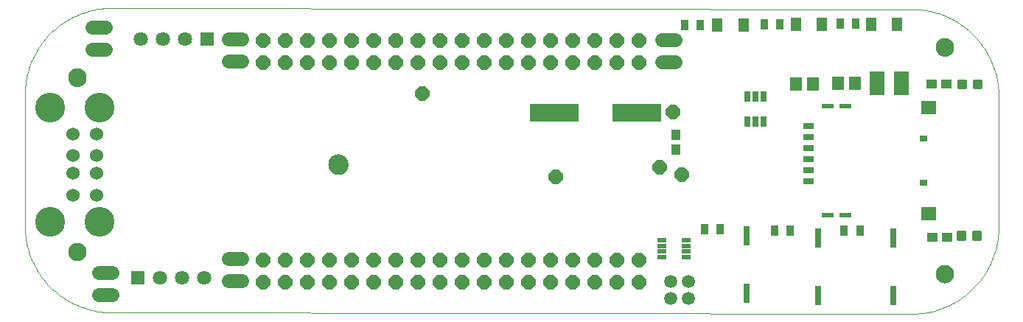
<source format=gts>
G04 EAGLE Gerber RS-274X export*
G75*
%MOMM*%
%FSLAX34Y34*%
%LPD*%
%INSolder Mask top*%
%IPPOS*%
%AMOC8*
5,1,8,0,0,1.08239X$1,22.5*%
G01*
%ADD10C,0.100000*%
%ADD11C,0.000000*%
%ADD12C,2.101600*%
%ADD13C,2.301600*%
%ADD14R,1.701600X2.801600*%
%ADD15R,1.401600X1.601600*%
%ADD16R,1.251600X0.751600*%
%ADD17R,1.401600X0.551600*%
%ADD18R,1.801600X1.501600*%
%ADD19R,0.901600X0.641600*%
%ADD20R,1.301600X1.501600*%
%ADD21R,1.631600X1.631600*%
%ADD22C,1.631600*%
%ADD23R,0.901600X1.301600*%
%ADD24P,1.759533X8X202.500000*%
%ADD25C,1.509600*%
%ADD26C,1.524000*%
%ADD27C,3.429000*%
%ADD28R,5.613400X2.108200*%
%ADD29R,1.101600X1.201600*%
%ADD30C,0.396575*%
%ADD31R,1.201600X1.101600*%
%ADD32R,1.079500X0.533400*%
%ADD33R,0.660400X1.282700*%
%ADD34R,0.660400X2.209800*%
%ADD35C,1.625600*%
%ADD36P,1.759533X8X22.500000*%


D10*
X0Y100000D02*
X29Y97584D01*
X117Y95169D01*
X263Y92757D01*
X467Y90349D01*
X729Y87946D01*
X1049Y85551D01*
X1427Y83164D01*
X1863Y80787D01*
X2356Y78422D01*
X2906Y76068D01*
X3512Y73729D01*
X4175Y71405D01*
X4894Y69098D01*
X5669Y66809D01*
X6498Y64540D01*
X7383Y62291D01*
X8321Y60064D01*
X9313Y57860D01*
X10357Y55681D01*
X11454Y53528D01*
X12603Y51402D01*
X13803Y49304D01*
X15053Y47236D01*
X16353Y45199D01*
X17702Y43194D01*
X19098Y41221D01*
X20542Y39284D01*
X22033Y37381D01*
X23568Y35516D01*
X25149Y33688D01*
X26773Y31898D01*
X28440Y30149D01*
X30149Y28440D01*
X31898Y26773D01*
X33688Y25149D01*
X35516Y23568D01*
X37381Y22033D01*
X39284Y20542D01*
X41221Y19098D01*
X43194Y17702D01*
X45199Y16353D01*
X47236Y15053D01*
X49304Y13803D01*
X51402Y12603D01*
X53528Y11454D01*
X55681Y10357D01*
X57860Y9313D01*
X60064Y8321D01*
X62291Y7383D01*
X64540Y6498D01*
X66809Y5669D01*
X69098Y4894D01*
X71405Y4175D01*
X73729Y3512D01*
X76068Y2906D01*
X78422Y2356D01*
X80787Y1863D01*
X83164Y1427D01*
X85551Y1049D01*
X87946Y729D01*
X90349Y467D01*
X92757Y263D01*
X95169Y117D01*
X97584Y29D01*
X100000Y0D01*
X1118706Y98476D02*
X1118706Y248476D01*
X100000Y350000D02*
X97584Y349971D01*
X95169Y349883D01*
X92757Y349737D01*
X90349Y349533D01*
X87946Y349271D01*
X85551Y348951D01*
X83164Y348573D01*
X80787Y348137D01*
X78422Y347644D01*
X76068Y347094D01*
X73729Y346488D01*
X71405Y345825D01*
X69098Y345106D01*
X66809Y344331D01*
X64540Y343502D01*
X62291Y342617D01*
X60064Y341679D01*
X57860Y340687D01*
X55681Y339643D01*
X53528Y338546D01*
X51402Y337397D01*
X49304Y336197D01*
X47236Y334947D01*
X45199Y333647D01*
X43194Y332298D01*
X41221Y330902D01*
X39284Y329458D01*
X37381Y327967D01*
X35516Y326432D01*
X33688Y324851D01*
X31898Y323227D01*
X30149Y321560D01*
X28440Y319851D01*
X26773Y318102D01*
X25149Y316312D01*
X23568Y314484D01*
X22033Y312619D01*
X20542Y310716D01*
X19098Y308779D01*
X17702Y306806D01*
X16353Y304801D01*
X15053Y302764D01*
X13803Y300696D01*
X12603Y298598D01*
X11454Y296472D01*
X10357Y294319D01*
X9313Y292140D01*
X8321Y289936D01*
X7383Y287709D01*
X6498Y285460D01*
X5669Y283191D01*
X4894Y280902D01*
X4175Y278595D01*
X3512Y276271D01*
X2906Y273932D01*
X2356Y271578D01*
X1863Y269213D01*
X1427Y266836D01*
X1049Y264449D01*
X729Y262054D01*
X467Y259651D01*
X263Y257243D01*
X117Y254831D01*
X29Y252416D01*
X0Y250000D01*
X0Y100000D01*
X100000Y0D02*
X1018706Y-1524D01*
X1018706Y348476D02*
X100000Y350000D01*
X1018706Y348476D02*
X1021122Y348447D01*
X1023537Y348359D01*
X1025949Y348213D01*
X1028357Y348009D01*
X1030760Y347747D01*
X1033155Y347427D01*
X1035542Y347049D01*
X1037919Y346613D01*
X1040284Y346120D01*
X1042638Y345570D01*
X1044977Y344964D01*
X1047301Y344301D01*
X1049608Y343582D01*
X1051897Y342807D01*
X1054166Y341978D01*
X1056415Y341093D01*
X1058642Y340155D01*
X1060846Y339163D01*
X1063025Y338119D01*
X1065178Y337022D01*
X1067304Y335873D01*
X1069402Y334673D01*
X1071470Y333423D01*
X1073507Y332123D01*
X1075512Y330774D01*
X1077485Y329378D01*
X1079422Y327934D01*
X1081325Y326443D01*
X1083190Y324908D01*
X1085018Y323327D01*
X1086808Y321703D01*
X1088557Y320036D01*
X1090266Y318327D01*
X1091933Y316578D01*
X1093557Y314788D01*
X1095138Y312960D01*
X1096673Y311095D01*
X1098164Y309192D01*
X1099608Y307255D01*
X1101004Y305282D01*
X1102353Y303277D01*
X1103653Y301240D01*
X1104903Y299172D01*
X1106103Y297074D01*
X1107252Y294948D01*
X1108349Y292795D01*
X1109393Y290616D01*
X1110385Y288412D01*
X1111323Y286185D01*
X1112208Y283936D01*
X1113037Y281667D01*
X1113812Y279378D01*
X1114531Y277071D01*
X1115194Y274747D01*
X1115800Y272408D01*
X1116350Y270054D01*
X1116843Y267689D01*
X1117279Y265312D01*
X1117657Y262925D01*
X1117977Y260530D01*
X1118239Y258127D01*
X1118443Y255719D01*
X1118589Y253307D01*
X1118677Y250892D01*
X1118706Y248476D01*
X100000Y350000D02*
X97584Y349971D01*
X95169Y349883D01*
X92757Y349737D01*
X90349Y349533D01*
X87946Y349271D01*
X85551Y348951D01*
X83164Y348573D01*
X80787Y348137D01*
X78422Y347644D01*
X76068Y347094D01*
X73729Y346488D01*
X71405Y345825D01*
X69098Y345106D01*
X66809Y344331D01*
X64540Y343502D01*
X62291Y342617D01*
X60064Y341679D01*
X57860Y340687D01*
X55681Y339643D01*
X53528Y338546D01*
X51402Y337397D01*
X49304Y336197D01*
X47236Y334947D01*
X45199Y333647D01*
X43194Y332298D01*
X41221Y330902D01*
X39284Y329458D01*
X37381Y327967D01*
X35516Y326432D01*
X33688Y324851D01*
X31898Y323227D01*
X30149Y321560D01*
X28440Y319851D01*
X26773Y318102D01*
X25149Y316312D01*
X23568Y314484D01*
X22033Y312619D01*
X20542Y310716D01*
X19098Y308779D01*
X17702Y306806D01*
X16353Y304801D01*
X15053Y302764D01*
X13803Y300696D01*
X12603Y298598D01*
X11454Y296472D01*
X10357Y294319D01*
X9313Y292140D01*
X8321Y289936D01*
X7383Y287709D01*
X6498Y285460D01*
X5669Y283191D01*
X4894Y280902D01*
X4175Y278595D01*
X3512Y276271D01*
X2906Y273932D01*
X2356Y271578D01*
X1863Y269213D01*
X1427Y266836D01*
X1049Y264449D01*
X729Y262054D01*
X467Y259651D01*
X263Y257243D01*
X117Y254831D01*
X29Y252416D01*
X0Y250000D01*
X1018706Y-1524D02*
X1021122Y-1495D01*
X1023537Y-1407D01*
X1025949Y-1261D01*
X1028357Y-1057D01*
X1030760Y-795D01*
X1033155Y-475D01*
X1035542Y-97D01*
X1037919Y339D01*
X1040284Y832D01*
X1042638Y1382D01*
X1044977Y1988D01*
X1047301Y2651D01*
X1049608Y3370D01*
X1051897Y4145D01*
X1054166Y4974D01*
X1056415Y5859D01*
X1058642Y6797D01*
X1060846Y7789D01*
X1063025Y8833D01*
X1065178Y9930D01*
X1067304Y11079D01*
X1069402Y12279D01*
X1071470Y13529D01*
X1073507Y14829D01*
X1075512Y16178D01*
X1077485Y17574D01*
X1079422Y19018D01*
X1081325Y20509D01*
X1083190Y22044D01*
X1085018Y23625D01*
X1086808Y25249D01*
X1088557Y26916D01*
X1090266Y28625D01*
X1091933Y30374D01*
X1093557Y32164D01*
X1095138Y33992D01*
X1096673Y35857D01*
X1098164Y37760D01*
X1099608Y39697D01*
X1101004Y41670D01*
X1102353Y43675D01*
X1103653Y45712D01*
X1104903Y47780D01*
X1106103Y49878D01*
X1107252Y52004D01*
X1108349Y54157D01*
X1109393Y56336D01*
X1110385Y58540D01*
X1111323Y60767D01*
X1112208Y63016D01*
X1113037Y65285D01*
X1113812Y67574D01*
X1114531Y69881D01*
X1115194Y72205D01*
X1115800Y74544D01*
X1116350Y76898D01*
X1116843Y79263D01*
X1117279Y81640D01*
X1117657Y84027D01*
X1117977Y86422D01*
X1118239Y88825D01*
X1118443Y91233D01*
X1118589Y93645D01*
X1118677Y96060D01*
X1118706Y98476D01*
D11*
X1046640Y44450D02*
X1046643Y44695D01*
X1046652Y44941D01*
X1046667Y45186D01*
X1046688Y45430D01*
X1046715Y45674D01*
X1046748Y45917D01*
X1046787Y46160D01*
X1046832Y46401D01*
X1046883Y46641D01*
X1046940Y46880D01*
X1047002Y47117D01*
X1047071Y47353D01*
X1047145Y47587D01*
X1047225Y47819D01*
X1047310Y48049D01*
X1047401Y48277D01*
X1047498Y48502D01*
X1047600Y48726D01*
X1047708Y48946D01*
X1047821Y49164D01*
X1047939Y49379D01*
X1048063Y49591D01*
X1048191Y49800D01*
X1048325Y50006D01*
X1048464Y50208D01*
X1048608Y50407D01*
X1048757Y50602D01*
X1048910Y50794D01*
X1049068Y50982D01*
X1049230Y51166D01*
X1049398Y51345D01*
X1049569Y51521D01*
X1049745Y51692D01*
X1049924Y51860D01*
X1050108Y52022D01*
X1050296Y52180D01*
X1050488Y52333D01*
X1050683Y52482D01*
X1050882Y52626D01*
X1051084Y52765D01*
X1051290Y52899D01*
X1051499Y53027D01*
X1051711Y53151D01*
X1051926Y53269D01*
X1052144Y53382D01*
X1052364Y53490D01*
X1052588Y53592D01*
X1052813Y53689D01*
X1053041Y53780D01*
X1053271Y53865D01*
X1053503Y53945D01*
X1053737Y54019D01*
X1053973Y54088D01*
X1054210Y54150D01*
X1054449Y54207D01*
X1054689Y54258D01*
X1054930Y54303D01*
X1055173Y54342D01*
X1055416Y54375D01*
X1055660Y54402D01*
X1055904Y54423D01*
X1056149Y54438D01*
X1056395Y54447D01*
X1056640Y54450D01*
X1056885Y54447D01*
X1057131Y54438D01*
X1057376Y54423D01*
X1057620Y54402D01*
X1057864Y54375D01*
X1058107Y54342D01*
X1058350Y54303D01*
X1058591Y54258D01*
X1058831Y54207D01*
X1059070Y54150D01*
X1059307Y54088D01*
X1059543Y54019D01*
X1059777Y53945D01*
X1060009Y53865D01*
X1060239Y53780D01*
X1060467Y53689D01*
X1060692Y53592D01*
X1060916Y53490D01*
X1061136Y53382D01*
X1061354Y53269D01*
X1061569Y53151D01*
X1061781Y53027D01*
X1061990Y52899D01*
X1062196Y52765D01*
X1062398Y52626D01*
X1062597Y52482D01*
X1062792Y52333D01*
X1062984Y52180D01*
X1063172Y52022D01*
X1063356Y51860D01*
X1063535Y51692D01*
X1063711Y51521D01*
X1063882Y51345D01*
X1064050Y51166D01*
X1064212Y50982D01*
X1064370Y50794D01*
X1064523Y50602D01*
X1064672Y50407D01*
X1064816Y50208D01*
X1064955Y50006D01*
X1065089Y49800D01*
X1065217Y49591D01*
X1065341Y49379D01*
X1065459Y49164D01*
X1065572Y48946D01*
X1065680Y48726D01*
X1065782Y48502D01*
X1065879Y48277D01*
X1065970Y48049D01*
X1066055Y47819D01*
X1066135Y47587D01*
X1066209Y47353D01*
X1066278Y47117D01*
X1066340Y46880D01*
X1066397Y46641D01*
X1066448Y46401D01*
X1066493Y46160D01*
X1066532Y45917D01*
X1066565Y45674D01*
X1066592Y45430D01*
X1066613Y45186D01*
X1066628Y44941D01*
X1066637Y44695D01*
X1066640Y44450D01*
X1066637Y44205D01*
X1066628Y43959D01*
X1066613Y43714D01*
X1066592Y43470D01*
X1066565Y43226D01*
X1066532Y42983D01*
X1066493Y42740D01*
X1066448Y42499D01*
X1066397Y42259D01*
X1066340Y42020D01*
X1066278Y41783D01*
X1066209Y41547D01*
X1066135Y41313D01*
X1066055Y41081D01*
X1065970Y40851D01*
X1065879Y40623D01*
X1065782Y40398D01*
X1065680Y40174D01*
X1065572Y39954D01*
X1065459Y39736D01*
X1065341Y39521D01*
X1065217Y39309D01*
X1065089Y39100D01*
X1064955Y38894D01*
X1064816Y38692D01*
X1064672Y38493D01*
X1064523Y38298D01*
X1064370Y38106D01*
X1064212Y37918D01*
X1064050Y37734D01*
X1063882Y37555D01*
X1063711Y37379D01*
X1063535Y37208D01*
X1063356Y37040D01*
X1063172Y36878D01*
X1062984Y36720D01*
X1062792Y36567D01*
X1062597Y36418D01*
X1062398Y36274D01*
X1062196Y36135D01*
X1061990Y36001D01*
X1061781Y35873D01*
X1061569Y35749D01*
X1061354Y35631D01*
X1061136Y35518D01*
X1060916Y35410D01*
X1060692Y35308D01*
X1060467Y35211D01*
X1060239Y35120D01*
X1060009Y35035D01*
X1059777Y34955D01*
X1059543Y34881D01*
X1059307Y34812D01*
X1059070Y34750D01*
X1058831Y34693D01*
X1058591Y34642D01*
X1058350Y34597D01*
X1058107Y34558D01*
X1057864Y34525D01*
X1057620Y34498D01*
X1057376Y34477D01*
X1057131Y34462D01*
X1056885Y34453D01*
X1056640Y34450D01*
X1056395Y34453D01*
X1056149Y34462D01*
X1055904Y34477D01*
X1055660Y34498D01*
X1055416Y34525D01*
X1055173Y34558D01*
X1054930Y34597D01*
X1054689Y34642D01*
X1054449Y34693D01*
X1054210Y34750D01*
X1053973Y34812D01*
X1053737Y34881D01*
X1053503Y34955D01*
X1053271Y35035D01*
X1053041Y35120D01*
X1052813Y35211D01*
X1052588Y35308D01*
X1052364Y35410D01*
X1052144Y35518D01*
X1051926Y35631D01*
X1051711Y35749D01*
X1051499Y35873D01*
X1051290Y36001D01*
X1051084Y36135D01*
X1050882Y36274D01*
X1050683Y36418D01*
X1050488Y36567D01*
X1050296Y36720D01*
X1050108Y36878D01*
X1049924Y37040D01*
X1049745Y37208D01*
X1049569Y37379D01*
X1049398Y37555D01*
X1049230Y37734D01*
X1049068Y37918D01*
X1048910Y38106D01*
X1048757Y38298D01*
X1048608Y38493D01*
X1048464Y38692D01*
X1048325Y38894D01*
X1048191Y39100D01*
X1048063Y39309D01*
X1047939Y39521D01*
X1047821Y39736D01*
X1047708Y39954D01*
X1047600Y40174D01*
X1047498Y40398D01*
X1047401Y40623D01*
X1047310Y40851D01*
X1047225Y41081D01*
X1047145Y41313D01*
X1047071Y41547D01*
X1047002Y41783D01*
X1046940Y42020D01*
X1046883Y42259D01*
X1046832Y42499D01*
X1046787Y42740D01*
X1046748Y42983D01*
X1046715Y43226D01*
X1046688Y43470D01*
X1046667Y43714D01*
X1046652Y43959D01*
X1046643Y44205D01*
X1046640Y44450D01*
D12*
X1056640Y44450D03*
D11*
X1046640Y304800D02*
X1046643Y305045D01*
X1046652Y305291D01*
X1046667Y305536D01*
X1046688Y305780D01*
X1046715Y306024D01*
X1046748Y306267D01*
X1046787Y306510D01*
X1046832Y306751D01*
X1046883Y306991D01*
X1046940Y307230D01*
X1047002Y307467D01*
X1047071Y307703D01*
X1047145Y307937D01*
X1047225Y308169D01*
X1047310Y308399D01*
X1047401Y308627D01*
X1047498Y308852D01*
X1047600Y309076D01*
X1047708Y309296D01*
X1047821Y309514D01*
X1047939Y309729D01*
X1048063Y309941D01*
X1048191Y310150D01*
X1048325Y310356D01*
X1048464Y310558D01*
X1048608Y310757D01*
X1048757Y310952D01*
X1048910Y311144D01*
X1049068Y311332D01*
X1049230Y311516D01*
X1049398Y311695D01*
X1049569Y311871D01*
X1049745Y312042D01*
X1049924Y312210D01*
X1050108Y312372D01*
X1050296Y312530D01*
X1050488Y312683D01*
X1050683Y312832D01*
X1050882Y312976D01*
X1051084Y313115D01*
X1051290Y313249D01*
X1051499Y313377D01*
X1051711Y313501D01*
X1051926Y313619D01*
X1052144Y313732D01*
X1052364Y313840D01*
X1052588Y313942D01*
X1052813Y314039D01*
X1053041Y314130D01*
X1053271Y314215D01*
X1053503Y314295D01*
X1053737Y314369D01*
X1053973Y314438D01*
X1054210Y314500D01*
X1054449Y314557D01*
X1054689Y314608D01*
X1054930Y314653D01*
X1055173Y314692D01*
X1055416Y314725D01*
X1055660Y314752D01*
X1055904Y314773D01*
X1056149Y314788D01*
X1056395Y314797D01*
X1056640Y314800D01*
X1056885Y314797D01*
X1057131Y314788D01*
X1057376Y314773D01*
X1057620Y314752D01*
X1057864Y314725D01*
X1058107Y314692D01*
X1058350Y314653D01*
X1058591Y314608D01*
X1058831Y314557D01*
X1059070Y314500D01*
X1059307Y314438D01*
X1059543Y314369D01*
X1059777Y314295D01*
X1060009Y314215D01*
X1060239Y314130D01*
X1060467Y314039D01*
X1060692Y313942D01*
X1060916Y313840D01*
X1061136Y313732D01*
X1061354Y313619D01*
X1061569Y313501D01*
X1061781Y313377D01*
X1061990Y313249D01*
X1062196Y313115D01*
X1062398Y312976D01*
X1062597Y312832D01*
X1062792Y312683D01*
X1062984Y312530D01*
X1063172Y312372D01*
X1063356Y312210D01*
X1063535Y312042D01*
X1063711Y311871D01*
X1063882Y311695D01*
X1064050Y311516D01*
X1064212Y311332D01*
X1064370Y311144D01*
X1064523Y310952D01*
X1064672Y310757D01*
X1064816Y310558D01*
X1064955Y310356D01*
X1065089Y310150D01*
X1065217Y309941D01*
X1065341Y309729D01*
X1065459Y309514D01*
X1065572Y309296D01*
X1065680Y309076D01*
X1065782Y308852D01*
X1065879Y308627D01*
X1065970Y308399D01*
X1066055Y308169D01*
X1066135Y307937D01*
X1066209Y307703D01*
X1066278Y307467D01*
X1066340Y307230D01*
X1066397Y306991D01*
X1066448Y306751D01*
X1066493Y306510D01*
X1066532Y306267D01*
X1066565Y306024D01*
X1066592Y305780D01*
X1066613Y305536D01*
X1066628Y305291D01*
X1066637Y305045D01*
X1066640Y304800D01*
X1066637Y304555D01*
X1066628Y304309D01*
X1066613Y304064D01*
X1066592Y303820D01*
X1066565Y303576D01*
X1066532Y303333D01*
X1066493Y303090D01*
X1066448Y302849D01*
X1066397Y302609D01*
X1066340Y302370D01*
X1066278Y302133D01*
X1066209Y301897D01*
X1066135Y301663D01*
X1066055Y301431D01*
X1065970Y301201D01*
X1065879Y300973D01*
X1065782Y300748D01*
X1065680Y300524D01*
X1065572Y300304D01*
X1065459Y300086D01*
X1065341Y299871D01*
X1065217Y299659D01*
X1065089Y299450D01*
X1064955Y299244D01*
X1064816Y299042D01*
X1064672Y298843D01*
X1064523Y298648D01*
X1064370Y298456D01*
X1064212Y298268D01*
X1064050Y298084D01*
X1063882Y297905D01*
X1063711Y297729D01*
X1063535Y297558D01*
X1063356Y297390D01*
X1063172Y297228D01*
X1062984Y297070D01*
X1062792Y296917D01*
X1062597Y296768D01*
X1062398Y296624D01*
X1062196Y296485D01*
X1061990Y296351D01*
X1061781Y296223D01*
X1061569Y296099D01*
X1061354Y295981D01*
X1061136Y295868D01*
X1060916Y295760D01*
X1060692Y295658D01*
X1060467Y295561D01*
X1060239Y295470D01*
X1060009Y295385D01*
X1059777Y295305D01*
X1059543Y295231D01*
X1059307Y295162D01*
X1059070Y295100D01*
X1058831Y295043D01*
X1058591Y294992D01*
X1058350Y294947D01*
X1058107Y294908D01*
X1057864Y294875D01*
X1057620Y294848D01*
X1057376Y294827D01*
X1057131Y294812D01*
X1056885Y294803D01*
X1056640Y294800D01*
X1056395Y294803D01*
X1056149Y294812D01*
X1055904Y294827D01*
X1055660Y294848D01*
X1055416Y294875D01*
X1055173Y294908D01*
X1054930Y294947D01*
X1054689Y294992D01*
X1054449Y295043D01*
X1054210Y295100D01*
X1053973Y295162D01*
X1053737Y295231D01*
X1053503Y295305D01*
X1053271Y295385D01*
X1053041Y295470D01*
X1052813Y295561D01*
X1052588Y295658D01*
X1052364Y295760D01*
X1052144Y295868D01*
X1051926Y295981D01*
X1051711Y296099D01*
X1051499Y296223D01*
X1051290Y296351D01*
X1051084Y296485D01*
X1050882Y296624D01*
X1050683Y296768D01*
X1050488Y296917D01*
X1050296Y297070D01*
X1050108Y297228D01*
X1049924Y297390D01*
X1049745Y297558D01*
X1049569Y297729D01*
X1049398Y297905D01*
X1049230Y298084D01*
X1049068Y298268D01*
X1048910Y298456D01*
X1048757Y298648D01*
X1048608Y298843D01*
X1048464Y299042D01*
X1048325Y299244D01*
X1048191Y299450D01*
X1048063Y299659D01*
X1047939Y299871D01*
X1047821Y300086D01*
X1047708Y300304D01*
X1047600Y300524D01*
X1047498Y300748D01*
X1047401Y300973D01*
X1047310Y301201D01*
X1047225Y301431D01*
X1047145Y301663D01*
X1047071Y301897D01*
X1047002Y302133D01*
X1046940Y302370D01*
X1046883Y302609D01*
X1046832Y302849D01*
X1046787Y303090D01*
X1046748Y303333D01*
X1046715Y303576D01*
X1046688Y303820D01*
X1046667Y304064D01*
X1046652Y304309D01*
X1046643Y304555D01*
X1046640Y304800D01*
D12*
X1056640Y304800D03*
D11*
X50000Y270000D02*
X50003Y270245D01*
X50012Y270491D01*
X50027Y270736D01*
X50048Y270980D01*
X50075Y271224D01*
X50108Y271467D01*
X50147Y271710D01*
X50192Y271951D01*
X50243Y272191D01*
X50300Y272430D01*
X50362Y272667D01*
X50431Y272903D01*
X50505Y273137D01*
X50585Y273369D01*
X50670Y273599D01*
X50761Y273827D01*
X50858Y274052D01*
X50960Y274276D01*
X51068Y274496D01*
X51181Y274714D01*
X51299Y274929D01*
X51423Y275141D01*
X51551Y275350D01*
X51685Y275556D01*
X51824Y275758D01*
X51968Y275957D01*
X52117Y276152D01*
X52270Y276344D01*
X52428Y276532D01*
X52590Y276716D01*
X52758Y276895D01*
X52929Y277071D01*
X53105Y277242D01*
X53284Y277410D01*
X53468Y277572D01*
X53656Y277730D01*
X53848Y277883D01*
X54043Y278032D01*
X54242Y278176D01*
X54444Y278315D01*
X54650Y278449D01*
X54859Y278577D01*
X55071Y278701D01*
X55286Y278819D01*
X55504Y278932D01*
X55724Y279040D01*
X55948Y279142D01*
X56173Y279239D01*
X56401Y279330D01*
X56631Y279415D01*
X56863Y279495D01*
X57097Y279569D01*
X57333Y279638D01*
X57570Y279700D01*
X57809Y279757D01*
X58049Y279808D01*
X58290Y279853D01*
X58533Y279892D01*
X58776Y279925D01*
X59020Y279952D01*
X59264Y279973D01*
X59509Y279988D01*
X59755Y279997D01*
X60000Y280000D01*
X60245Y279997D01*
X60491Y279988D01*
X60736Y279973D01*
X60980Y279952D01*
X61224Y279925D01*
X61467Y279892D01*
X61710Y279853D01*
X61951Y279808D01*
X62191Y279757D01*
X62430Y279700D01*
X62667Y279638D01*
X62903Y279569D01*
X63137Y279495D01*
X63369Y279415D01*
X63599Y279330D01*
X63827Y279239D01*
X64052Y279142D01*
X64276Y279040D01*
X64496Y278932D01*
X64714Y278819D01*
X64929Y278701D01*
X65141Y278577D01*
X65350Y278449D01*
X65556Y278315D01*
X65758Y278176D01*
X65957Y278032D01*
X66152Y277883D01*
X66344Y277730D01*
X66532Y277572D01*
X66716Y277410D01*
X66895Y277242D01*
X67071Y277071D01*
X67242Y276895D01*
X67410Y276716D01*
X67572Y276532D01*
X67730Y276344D01*
X67883Y276152D01*
X68032Y275957D01*
X68176Y275758D01*
X68315Y275556D01*
X68449Y275350D01*
X68577Y275141D01*
X68701Y274929D01*
X68819Y274714D01*
X68932Y274496D01*
X69040Y274276D01*
X69142Y274052D01*
X69239Y273827D01*
X69330Y273599D01*
X69415Y273369D01*
X69495Y273137D01*
X69569Y272903D01*
X69638Y272667D01*
X69700Y272430D01*
X69757Y272191D01*
X69808Y271951D01*
X69853Y271710D01*
X69892Y271467D01*
X69925Y271224D01*
X69952Y270980D01*
X69973Y270736D01*
X69988Y270491D01*
X69997Y270245D01*
X70000Y270000D01*
X69997Y269755D01*
X69988Y269509D01*
X69973Y269264D01*
X69952Y269020D01*
X69925Y268776D01*
X69892Y268533D01*
X69853Y268290D01*
X69808Y268049D01*
X69757Y267809D01*
X69700Y267570D01*
X69638Y267333D01*
X69569Y267097D01*
X69495Y266863D01*
X69415Y266631D01*
X69330Y266401D01*
X69239Y266173D01*
X69142Y265948D01*
X69040Y265724D01*
X68932Y265504D01*
X68819Y265286D01*
X68701Y265071D01*
X68577Y264859D01*
X68449Y264650D01*
X68315Y264444D01*
X68176Y264242D01*
X68032Y264043D01*
X67883Y263848D01*
X67730Y263656D01*
X67572Y263468D01*
X67410Y263284D01*
X67242Y263105D01*
X67071Y262929D01*
X66895Y262758D01*
X66716Y262590D01*
X66532Y262428D01*
X66344Y262270D01*
X66152Y262117D01*
X65957Y261968D01*
X65758Y261824D01*
X65556Y261685D01*
X65350Y261551D01*
X65141Y261423D01*
X64929Y261299D01*
X64714Y261181D01*
X64496Y261068D01*
X64276Y260960D01*
X64052Y260858D01*
X63827Y260761D01*
X63599Y260670D01*
X63369Y260585D01*
X63137Y260505D01*
X62903Y260431D01*
X62667Y260362D01*
X62430Y260300D01*
X62191Y260243D01*
X61951Y260192D01*
X61710Y260147D01*
X61467Y260108D01*
X61224Y260075D01*
X60980Y260048D01*
X60736Y260027D01*
X60491Y260012D01*
X60245Y260003D01*
X60000Y260000D01*
X59755Y260003D01*
X59509Y260012D01*
X59264Y260027D01*
X59020Y260048D01*
X58776Y260075D01*
X58533Y260108D01*
X58290Y260147D01*
X58049Y260192D01*
X57809Y260243D01*
X57570Y260300D01*
X57333Y260362D01*
X57097Y260431D01*
X56863Y260505D01*
X56631Y260585D01*
X56401Y260670D01*
X56173Y260761D01*
X55948Y260858D01*
X55724Y260960D01*
X55504Y261068D01*
X55286Y261181D01*
X55071Y261299D01*
X54859Y261423D01*
X54650Y261551D01*
X54444Y261685D01*
X54242Y261824D01*
X54043Y261968D01*
X53848Y262117D01*
X53656Y262270D01*
X53468Y262428D01*
X53284Y262590D01*
X53105Y262758D01*
X52929Y262929D01*
X52758Y263105D01*
X52590Y263284D01*
X52428Y263468D01*
X52270Y263656D01*
X52117Y263848D01*
X51968Y264043D01*
X51824Y264242D01*
X51685Y264444D01*
X51551Y264650D01*
X51423Y264859D01*
X51299Y265071D01*
X51181Y265286D01*
X51068Y265504D01*
X50960Y265724D01*
X50858Y265948D01*
X50761Y266173D01*
X50670Y266401D01*
X50585Y266631D01*
X50505Y266863D01*
X50431Y267097D01*
X50362Y267333D01*
X50300Y267570D01*
X50243Y267809D01*
X50192Y268049D01*
X50147Y268290D01*
X50108Y268533D01*
X50075Y268776D01*
X50048Y269020D01*
X50027Y269264D01*
X50012Y269509D01*
X50003Y269755D01*
X50000Y270000D01*
D12*
X60000Y270000D03*
D11*
X50000Y70000D02*
X50003Y70245D01*
X50012Y70491D01*
X50027Y70736D01*
X50048Y70980D01*
X50075Y71224D01*
X50108Y71467D01*
X50147Y71710D01*
X50192Y71951D01*
X50243Y72191D01*
X50300Y72430D01*
X50362Y72667D01*
X50431Y72903D01*
X50505Y73137D01*
X50585Y73369D01*
X50670Y73599D01*
X50761Y73827D01*
X50858Y74052D01*
X50960Y74276D01*
X51068Y74496D01*
X51181Y74714D01*
X51299Y74929D01*
X51423Y75141D01*
X51551Y75350D01*
X51685Y75556D01*
X51824Y75758D01*
X51968Y75957D01*
X52117Y76152D01*
X52270Y76344D01*
X52428Y76532D01*
X52590Y76716D01*
X52758Y76895D01*
X52929Y77071D01*
X53105Y77242D01*
X53284Y77410D01*
X53468Y77572D01*
X53656Y77730D01*
X53848Y77883D01*
X54043Y78032D01*
X54242Y78176D01*
X54444Y78315D01*
X54650Y78449D01*
X54859Y78577D01*
X55071Y78701D01*
X55286Y78819D01*
X55504Y78932D01*
X55724Y79040D01*
X55948Y79142D01*
X56173Y79239D01*
X56401Y79330D01*
X56631Y79415D01*
X56863Y79495D01*
X57097Y79569D01*
X57333Y79638D01*
X57570Y79700D01*
X57809Y79757D01*
X58049Y79808D01*
X58290Y79853D01*
X58533Y79892D01*
X58776Y79925D01*
X59020Y79952D01*
X59264Y79973D01*
X59509Y79988D01*
X59755Y79997D01*
X60000Y80000D01*
X60245Y79997D01*
X60491Y79988D01*
X60736Y79973D01*
X60980Y79952D01*
X61224Y79925D01*
X61467Y79892D01*
X61710Y79853D01*
X61951Y79808D01*
X62191Y79757D01*
X62430Y79700D01*
X62667Y79638D01*
X62903Y79569D01*
X63137Y79495D01*
X63369Y79415D01*
X63599Y79330D01*
X63827Y79239D01*
X64052Y79142D01*
X64276Y79040D01*
X64496Y78932D01*
X64714Y78819D01*
X64929Y78701D01*
X65141Y78577D01*
X65350Y78449D01*
X65556Y78315D01*
X65758Y78176D01*
X65957Y78032D01*
X66152Y77883D01*
X66344Y77730D01*
X66532Y77572D01*
X66716Y77410D01*
X66895Y77242D01*
X67071Y77071D01*
X67242Y76895D01*
X67410Y76716D01*
X67572Y76532D01*
X67730Y76344D01*
X67883Y76152D01*
X68032Y75957D01*
X68176Y75758D01*
X68315Y75556D01*
X68449Y75350D01*
X68577Y75141D01*
X68701Y74929D01*
X68819Y74714D01*
X68932Y74496D01*
X69040Y74276D01*
X69142Y74052D01*
X69239Y73827D01*
X69330Y73599D01*
X69415Y73369D01*
X69495Y73137D01*
X69569Y72903D01*
X69638Y72667D01*
X69700Y72430D01*
X69757Y72191D01*
X69808Y71951D01*
X69853Y71710D01*
X69892Y71467D01*
X69925Y71224D01*
X69952Y70980D01*
X69973Y70736D01*
X69988Y70491D01*
X69997Y70245D01*
X70000Y70000D01*
X69997Y69755D01*
X69988Y69509D01*
X69973Y69264D01*
X69952Y69020D01*
X69925Y68776D01*
X69892Y68533D01*
X69853Y68290D01*
X69808Y68049D01*
X69757Y67809D01*
X69700Y67570D01*
X69638Y67333D01*
X69569Y67097D01*
X69495Y66863D01*
X69415Y66631D01*
X69330Y66401D01*
X69239Y66173D01*
X69142Y65948D01*
X69040Y65724D01*
X68932Y65504D01*
X68819Y65286D01*
X68701Y65071D01*
X68577Y64859D01*
X68449Y64650D01*
X68315Y64444D01*
X68176Y64242D01*
X68032Y64043D01*
X67883Y63848D01*
X67730Y63656D01*
X67572Y63468D01*
X67410Y63284D01*
X67242Y63105D01*
X67071Y62929D01*
X66895Y62758D01*
X66716Y62590D01*
X66532Y62428D01*
X66344Y62270D01*
X66152Y62117D01*
X65957Y61968D01*
X65758Y61824D01*
X65556Y61685D01*
X65350Y61551D01*
X65141Y61423D01*
X64929Y61299D01*
X64714Y61181D01*
X64496Y61068D01*
X64276Y60960D01*
X64052Y60858D01*
X63827Y60761D01*
X63599Y60670D01*
X63369Y60585D01*
X63137Y60505D01*
X62903Y60431D01*
X62667Y60362D01*
X62430Y60300D01*
X62191Y60243D01*
X61951Y60192D01*
X61710Y60147D01*
X61467Y60108D01*
X61224Y60075D01*
X60980Y60048D01*
X60736Y60027D01*
X60491Y60012D01*
X60245Y60003D01*
X60000Y60000D01*
X59755Y60003D01*
X59509Y60012D01*
X59264Y60027D01*
X59020Y60048D01*
X58776Y60075D01*
X58533Y60108D01*
X58290Y60147D01*
X58049Y60192D01*
X57809Y60243D01*
X57570Y60300D01*
X57333Y60362D01*
X57097Y60431D01*
X56863Y60505D01*
X56631Y60585D01*
X56401Y60670D01*
X56173Y60761D01*
X55948Y60858D01*
X55724Y60960D01*
X55504Y61068D01*
X55286Y61181D01*
X55071Y61299D01*
X54859Y61423D01*
X54650Y61551D01*
X54444Y61685D01*
X54242Y61824D01*
X54043Y61968D01*
X53848Y62117D01*
X53656Y62270D01*
X53468Y62428D01*
X53284Y62590D01*
X53105Y62758D01*
X52929Y62929D01*
X52758Y63105D01*
X52590Y63284D01*
X52428Y63468D01*
X52270Y63656D01*
X52117Y63848D01*
X51968Y64043D01*
X51824Y64242D01*
X51685Y64444D01*
X51551Y64650D01*
X51423Y64859D01*
X51299Y65071D01*
X51181Y65286D01*
X51068Y65504D01*
X50960Y65724D01*
X50858Y65948D01*
X50761Y66173D01*
X50670Y66401D01*
X50585Y66631D01*
X50505Y66863D01*
X50431Y67097D01*
X50362Y67333D01*
X50300Y67570D01*
X50243Y67809D01*
X50192Y68049D01*
X50147Y68290D01*
X50108Y68533D01*
X50075Y68776D01*
X50048Y69020D01*
X50027Y69264D01*
X50012Y69509D01*
X50003Y69755D01*
X50000Y70000D01*
D12*
X60000Y70000D03*
D11*
X349000Y170000D02*
X349003Y170270D01*
X349013Y170540D01*
X349030Y170809D01*
X349053Y171078D01*
X349083Y171347D01*
X349119Y171614D01*
X349162Y171881D01*
X349211Y172146D01*
X349267Y172410D01*
X349330Y172673D01*
X349398Y172934D01*
X349474Y173193D01*
X349555Y173450D01*
X349643Y173706D01*
X349737Y173959D01*
X349837Y174210D01*
X349944Y174458D01*
X350056Y174703D01*
X350175Y174946D01*
X350299Y175185D01*
X350429Y175422D01*
X350565Y175655D01*
X350707Y175885D01*
X350854Y176111D01*
X351007Y176334D01*
X351165Y176553D01*
X351328Y176768D01*
X351497Y176978D01*
X351671Y177185D01*
X351850Y177387D01*
X352033Y177585D01*
X352222Y177778D01*
X352415Y177967D01*
X352613Y178150D01*
X352815Y178329D01*
X353022Y178503D01*
X353232Y178672D01*
X353447Y178835D01*
X353666Y178993D01*
X353889Y179146D01*
X354115Y179293D01*
X354345Y179435D01*
X354578Y179571D01*
X354815Y179701D01*
X355054Y179825D01*
X355297Y179944D01*
X355542Y180056D01*
X355790Y180163D01*
X356041Y180263D01*
X356294Y180357D01*
X356550Y180445D01*
X356807Y180526D01*
X357066Y180602D01*
X357327Y180670D01*
X357590Y180733D01*
X357854Y180789D01*
X358119Y180838D01*
X358386Y180881D01*
X358653Y180917D01*
X358922Y180947D01*
X359191Y180970D01*
X359460Y180987D01*
X359730Y180997D01*
X360000Y181000D01*
X360270Y180997D01*
X360540Y180987D01*
X360809Y180970D01*
X361078Y180947D01*
X361347Y180917D01*
X361614Y180881D01*
X361881Y180838D01*
X362146Y180789D01*
X362410Y180733D01*
X362673Y180670D01*
X362934Y180602D01*
X363193Y180526D01*
X363450Y180445D01*
X363706Y180357D01*
X363959Y180263D01*
X364210Y180163D01*
X364458Y180056D01*
X364703Y179944D01*
X364946Y179825D01*
X365185Y179701D01*
X365422Y179571D01*
X365655Y179435D01*
X365885Y179293D01*
X366111Y179146D01*
X366334Y178993D01*
X366553Y178835D01*
X366768Y178672D01*
X366978Y178503D01*
X367185Y178329D01*
X367387Y178150D01*
X367585Y177967D01*
X367778Y177778D01*
X367967Y177585D01*
X368150Y177387D01*
X368329Y177185D01*
X368503Y176978D01*
X368672Y176768D01*
X368835Y176553D01*
X368993Y176334D01*
X369146Y176111D01*
X369293Y175885D01*
X369435Y175655D01*
X369571Y175422D01*
X369701Y175185D01*
X369825Y174946D01*
X369944Y174703D01*
X370056Y174458D01*
X370163Y174210D01*
X370263Y173959D01*
X370357Y173706D01*
X370445Y173450D01*
X370526Y173193D01*
X370602Y172934D01*
X370670Y172673D01*
X370733Y172410D01*
X370789Y172146D01*
X370838Y171881D01*
X370881Y171614D01*
X370917Y171347D01*
X370947Y171078D01*
X370970Y170809D01*
X370987Y170540D01*
X370997Y170270D01*
X371000Y170000D01*
X370997Y169730D01*
X370987Y169460D01*
X370970Y169191D01*
X370947Y168922D01*
X370917Y168653D01*
X370881Y168386D01*
X370838Y168119D01*
X370789Y167854D01*
X370733Y167590D01*
X370670Y167327D01*
X370602Y167066D01*
X370526Y166807D01*
X370445Y166550D01*
X370357Y166294D01*
X370263Y166041D01*
X370163Y165790D01*
X370056Y165542D01*
X369944Y165297D01*
X369825Y165054D01*
X369701Y164815D01*
X369571Y164578D01*
X369435Y164345D01*
X369293Y164115D01*
X369146Y163889D01*
X368993Y163666D01*
X368835Y163447D01*
X368672Y163232D01*
X368503Y163022D01*
X368329Y162815D01*
X368150Y162613D01*
X367967Y162415D01*
X367778Y162222D01*
X367585Y162033D01*
X367387Y161850D01*
X367185Y161671D01*
X366978Y161497D01*
X366768Y161328D01*
X366553Y161165D01*
X366334Y161007D01*
X366111Y160854D01*
X365885Y160707D01*
X365655Y160565D01*
X365422Y160429D01*
X365185Y160299D01*
X364946Y160175D01*
X364703Y160056D01*
X364458Y159944D01*
X364210Y159837D01*
X363959Y159737D01*
X363706Y159643D01*
X363450Y159555D01*
X363193Y159474D01*
X362934Y159398D01*
X362673Y159330D01*
X362410Y159267D01*
X362146Y159211D01*
X361881Y159162D01*
X361614Y159119D01*
X361347Y159083D01*
X361078Y159053D01*
X360809Y159030D01*
X360540Y159013D01*
X360270Y159003D01*
X360000Y159000D01*
X359730Y159003D01*
X359460Y159013D01*
X359191Y159030D01*
X358922Y159053D01*
X358653Y159083D01*
X358386Y159119D01*
X358119Y159162D01*
X357854Y159211D01*
X357590Y159267D01*
X357327Y159330D01*
X357066Y159398D01*
X356807Y159474D01*
X356550Y159555D01*
X356294Y159643D01*
X356041Y159737D01*
X355790Y159837D01*
X355542Y159944D01*
X355297Y160056D01*
X355054Y160175D01*
X354815Y160299D01*
X354578Y160429D01*
X354345Y160565D01*
X354115Y160707D01*
X353889Y160854D01*
X353666Y161007D01*
X353447Y161165D01*
X353232Y161328D01*
X353022Y161497D01*
X352815Y161671D01*
X352613Y161850D01*
X352415Y162033D01*
X352222Y162222D01*
X352033Y162415D01*
X351850Y162613D01*
X351671Y162815D01*
X351497Y163022D01*
X351328Y163232D01*
X351165Y163447D01*
X351007Y163666D01*
X350854Y163889D01*
X350707Y164115D01*
X350565Y164345D01*
X350429Y164578D01*
X350299Y164815D01*
X350175Y165054D01*
X350056Y165297D01*
X349944Y165542D01*
X349837Y165790D01*
X349737Y166041D01*
X349643Y166294D01*
X349555Y166550D01*
X349474Y166807D01*
X349398Y167066D01*
X349330Y167327D01*
X349267Y167590D01*
X349211Y167854D01*
X349162Y168119D01*
X349119Y168386D01*
X349083Y168653D01*
X349053Y168922D01*
X349030Y169191D01*
X349013Y169460D01*
X349003Y169730D01*
X349000Y170000D01*
D13*
X360000Y170000D03*
D14*
X979072Y263278D03*
X1007072Y263278D03*
D15*
X953216Y263464D03*
X934216Y263464D03*
D16*
X900700Y201950D03*
X900700Y176550D03*
X900700Y151150D03*
X900700Y214650D03*
X900700Y189250D03*
X900700Y163850D03*
D17*
X922400Y237100D03*
X942400Y237100D03*
D18*
X1038000Y235450D03*
X1038000Y113350D03*
D17*
X942400Y111700D03*
X922400Y111700D03*
D19*
X1032200Y149000D03*
X1032200Y199800D03*
D20*
X971852Y331054D03*
X1001852Y331054D03*
X885602Y331270D03*
X915602Y331270D03*
X795602Y330470D03*
X825602Y330470D03*
D21*
X209146Y313916D03*
D22*
X183746Y313916D03*
X158346Y313916D03*
X132946Y313916D03*
D23*
X776252Y330470D03*
X758252Y330470D03*
X867152Y331570D03*
X849152Y331570D03*
X954652Y332170D03*
X936652Y332170D03*
X780730Y95594D03*
X798730Y95594D03*
D15*
X886104Y262890D03*
X905104Y262890D03*
D21*
X129492Y39586D03*
D22*
X154892Y39586D03*
X180292Y39586D03*
X205692Y39586D03*
D23*
X861420Y93830D03*
X879420Y93830D03*
X941232Y93736D03*
X959232Y93736D03*
D24*
X705900Y312700D03*
X680500Y312700D03*
X655100Y312700D03*
X629700Y312700D03*
X604300Y312700D03*
X578900Y312700D03*
X705900Y287300D03*
X680500Y287300D03*
X655100Y287300D03*
X629700Y287300D03*
X604300Y287300D03*
X578900Y287300D03*
X553500Y312700D03*
X553500Y287300D03*
X528100Y312700D03*
X502700Y312700D03*
X477300Y312700D03*
X451900Y312700D03*
X426500Y312700D03*
X401100Y312700D03*
X528100Y287300D03*
X502700Y287300D03*
X477300Y287300D03*
X451900Y287300D03*
X426500Y287300D03*
X401100Y287300D03*
X375700Y312700D03*
X375700Y287300D03*
X350300Y312700D03*
X324900Y312700D03*
X299500Y312700D03*
X350300Y287300D03*
X324900Y287300D03*
X299500Y287300D03*
X274100Y312700D03*
X274100Y287300D03*
X705900Y60200D03*
X680500Y60200D03*
X655100Y60200D03*
X629700Y60200D03*
X604300Y60200D03*
X578900Y60200D03*
X705900Y34800D03*
X680500Y34800D03*
X655100Y34800D03*
X629700Y34800D03*
X604300Y34800D03*
X578900Y34800D03*
X553500Y60200D03*
X553500Y34800D03*
X528100Y60200D03*
X502700Y60200D03*
X477300Y60200D03*
X451900Y60200D03*
X426500Y60200D03*
X401100Y60200D03*
X528100Y34800D03*
X502700Y34800D03*
X477300Y34800D03*
X451900Y34800D03*
X426500Y34800D03*
X401100Y34800D03*
X375700Y60200D03*
X375700Y34800D03*
X350300Y60200D03*
X324900Y60200D03*
X299500Y60200D03*
X350300Y34800D03*
X324900Y34800D03*
X299500Y34800D03*
X274100Y60200D03*
X274100Y34800D03*
D25*
X742290Y15940D03*
X742290Y35940D03*
X762290Y15940D03*
X762290Y35940D03*
D26*
X82500Y205000D03*
X82500Y180108D03*
X82500Y160042D03*
X82500Y134896D03*
X55322Y205000D03*
X55322Y180108D03*
X55322Y160042D03*
X55322Y134896D03*
D27*
X29160Y235734D03*
X29160Y104416D03*
X86056Y235734D03*
X86056Y104416D03*
D28*
X703084Y229806D03*
X608088Y229806D03*
D29*
X747516Y203878D03*
X747516Y186878D03*
D30*
X1090587Y259365D02*
X1090587Y266415D01*
X1097637Y266415D01*
X1097637Y259365D01*
X1090587Y259365D01*
X1090587Y263133D02*
X1097637Y263133D01*
X1073047Y266415D02*
X1073047Y259365D01*
X1073047Y266415D02*
X1080097Y266415D01*
X1080097Y259365D01*
X1073047Y259365D01*
X1073047Y263133D02*
X1080097Y263133D01*
D31*
X1058282Y262636D03*
X1041282Y262636D03*
D32*
X759397Y63656D03*
X759397Y70156D03*
X759397Y76656D03*
X759397Y83156D03*
X732092Y83156D03*
X732092Y76656D03*
X732092Y70156D03*
X732092Y63656D03*
D30*
X1089825Y85121D02*
X1089825Y92171D01*
X1096875Y92171D01*
X1096875Y85121D01*
X1089825Y85121D01*
X1089825Y88889D02*
X1096875Y88889D01*
X1072285Y92171D02*
X1072285Y85121D01*
X1072285Y92171D02*
X1079335Y92171D01*
X1079335Y85121D01*
X1072285Y85121D01*
X1072285Y88889D02*
X1079335Y88889D01*
D31*
X1059298Y86614D03*
X1042298Y86614D03*
D33*
X829970Y219266D03*
X839470Y219266D03*
X848970Y219266D03*
X848970Y248603D03*
X839470Y248603D03*
X829970Y248603D03*
D34*
X828802Y22365D03*
X828802Y88379D03*
X911352Y19571D03*
X911352Y85585D03*
X997712Y19571D03*
X997712Y85585D03*
D35*
X747268Y287782D02*
X732028Y287782D01*
X732028Y313182D02*
X747268Y313182D01*
X92202Y302768D02*
X76962Y302768D01*
X76962Y328168D02*
X92202Y328168D01*
D36*
X729234Y166878D03*
X609600Y155956D03*
X456438Y251968D03*
D35*
X100330Y46228D02*
X85090Y46228D01*
X85090Y20828D02*
X100330Y20828D01*
X233934Y36576D02*
X249174Y36576D01*
X249174Y61976D02*
X233934Y61976D01*
X234188Y288798D02*
X249428Y288798D01*
X249428Y314198D02*
X234188Y314198D01*
D36*
X754634Y158750D03*
X744474Y230378D03*
M02*

</source>
